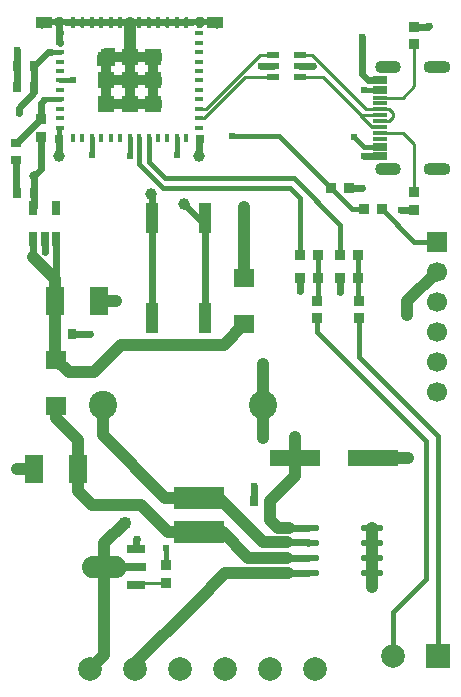
<source format=gtl>
G04 Layer: TopLayer*
G04 EasyEDA v6.5.50, 2025-07-26 22:56:47*
G04 19dcf52f1c7e4662a813e58eb1d4b948,5db155e37078497989a25cdeaf243bf5,10*
G04 Gerber Generator version 0.2*
G04 Scale: 100 percent, Rotated: No, Reflected: No *
G04 Dimensions in millimeters *
G04 leading zeros omitted , absolute positions ,4 integer and 5 decimal *
%FSLAX45Y45*%
%MOMM*%

%AMMACRO1*21,1,$1,$2,0,0,$3*%
%AMMACRO2*4,1,5,-0.725,0.125,-0.125,0.725,0.725,0.725,0.725,-0.725,-0.725,-0.725,-0.725,0.125,0*%
%AMMACRO3*4,1,8,0.605,0.3,-0.605,0.3,-0.605,0,-0.605,0,-0.605,-0.3,0.605,-0.3,0.605,0,0.605,0,0.605,0.3,0*%
%ADD10C,0.2540*%
%ADD11C,0.4000*%
%ADD12C,1.0000*%
%ADD13C,0.6000*%
%ADD14C,0.6200*%
%ADD15MACRO1,0.864X0.8065X-90.0000*%
%ADD16R,4.2000X1.4000*%
%ADD17R,0.8000X0.9000*%
%ADD18R,1.6800X1.5200*%
%ADD19R,1.0720X0.5320*%
%ADD20R,4.2000X1.9500*%
%ADD21MACRO1,0.672X1.575X90.0000*%
%ADD22MACRO1,0.864X0.8065X90.0000*%
%ADD23MACRO1,0.864X0.8065X0.0000*%
%ADD24R,0.8640X0.8065*%
%ADD25R,0.8000X0.4000*%
%ADD26R,0.4000X0.8000*%
%ADD27R,0.7000X0.7000*%
%ADD28MACRO2*%
%ADD29R,1.4500X1.4500*%
%ADD30O,1.950212X0.5684012*%
%ADD31MACRO1,0.6223X1.1049X0.0000*%
%ADD32R,1.2100X0.3000*%
%ADD33MACRO3*%
%ADD34MACRO1,2.376X1.5063X-90.0000*%
%ADD35MACRO1,2.376X1.5063X90.0000*%
%ADD36R,0.9000X0.8000*%
%ADD37R,1.1000X2.5000*%
%ADD38R,1.7000X1.7000*%
%ADD39C,1.7000*%
%ADD40O,2.1999956000000003X1.0999978000000001*%
%ADD41O,2.2999954X1.0999978000000001*%
%ADD42C,2.4000*%
%ADD43C,2.0000*%
%ADD44R,2.0000X2.0000*%
%ADD45C,0.6200*%
%ADD46C,0.8000*%
%ADD47C,0.0182*%

%LPD*%
G36*
X290169Y5869990D02*
G01*
X286258Y5870752D01*
X282956Y5872988D01*
X280771Y5876239D01*
X280009Y5880150D01*
X280009Y5959805D01*
X280771Y5963716D01*
X282956Y5967018D01*
X286258Y5969203D01*
X290169Y5969965D01*
X403910Y5969965D01*
X407822Y5969203D01*
X411124Y5967018D01*
X413308Y5963716D01*
X414070Y5959805D01*
X414070Y5948832D01*
X451154Y5948832D01*
X451154Y5959805D01*
X451916Y5963716D01*
X454101Y5967018D01*
X457403Y5969203D01*
X461314Y5969965D01*
X488696Y5969965D01*
X492556Y5969203D01*
X495858Y5967018D01*
X498093Y5963716D01*
X498856Y5959805D01*
X498856Y5948832D01*
X546049Y5948832D01*
X549605Y5948172D01*
X552754Y5946343D01*
X573633Y5946343D01*
X573633Y5959805D01*
X574446Y5963716D01*
X576630Y5967018D01*
X579932Y5969203D01*
X583793Y5969965D01*
X596188Y5969965D01*
X600100Y5969203D01*
X603351Y5967018D01*
X605586Y5963716D01*
X606348Y5959805D01*
X606348Y5946343D01*
X653643Y5946343D01*
X653643Y5959805D01*
X654405Y5963716D01*
X656640Y5967018D01*
X659942Y5969203D01*
X663803Y5969965D01*
X676198Y5969965D01*
X680059Y5969203D01*
X683361Y5967018D01*
X685596Y5963716D01*
X686358Y5959805D01*
X686358Y5946343D01*
X733653Y5946343D01*
X733653Y5959805D01*
X734415Y5963716D01*
X736600Y5967018D01*
X739902Y5969203D01*
X743813Y5969965D01*
X756208Y5969965D01*
X760069Y5969203D01*
X763371Y5967018D01*
X765556Y5963716D01*
X766368Y5959805D01*
X766368Y5946343D01*
X813663Y5946343D01*
X813663Y5959805D01*
X814425Y5963716D01*
X816610Y5967018D01*
X819912Y5969203D01*
X823823Y5969965D01*
X836168Y5969965D01*
X840079Y5969203D01*
X843381Y5967018D01*
X845566Y5963716D01*
X846328Y5959805D01*
X846328Y5946343D01*
X893673Y5946343D01*
X893673Y5959805D01*
X894435Y5963716D01*
X896619Y5967018D01*
X899921Y5969203D01*
X903833Y5969965D01*
X916178Y5969965D01*
X920089Y5969203D01*
X923391Y5967018D01*
X925576Y5963716D01*
X926337Y5959805D01*
X926337Y5946343D01*
X973632Y5946343D01*
X973632Y5959805D01*
X974445Y5963716D01*
X976630Y5967018D01*
X979932Y5969203D01*
X983792Y5969965D01*
X996187Y5969965D01*
X1000099Y5969203D01*
X1003350Y5967018D01*
X1005586Y5963716D01*
X1006348Y5959805D01*
X1006348Y5946343D01*
X1053642Y5946343D01*
X1053642Y5959805D01*
X1054404Y5963716D01*
X1056640Y5967018D01*
X1059942Y5969203D01*
X1063802Y5969965D01*
X1076198Y5969965D01*
X1080058Y5969203D01*
X1083360Y5967018D01*
X1085596Y5963716D01*
X1086358Y5959805D01*
X1086358Y5946343D01*
X1133652Y5946343D01*
X1133652Y5959805D01*
X1134414Y5963716D01*
X1136599Y5967018D01*
X1139901Y5969203D01*
X1143812Y5969965D01*
X1156208Y5969965D01*
X1160068Y5969203D01*
X1163370Y5967018D01*
X1165555Y5963716D01*
X1166368Y5959805D01*
X1166368Y5946343D01*
X1213662Y5946343D01*
X1213662Y5959805D01*
X1214424Y5963716D01*
X1216609Y5967018D01*
X1219911Y5969203D01*
X1223822Y5969965D01*
X1236167Y5969965D01*
X1240078Y5969203D01*
X1243380Y5967018D01*
X1245565Y5963716D01*
X1246327Y5959805D01*
X1246327Y5946343D01*
X1293672Y5946343D01*
X1293672Y5959805D01*
X1294434Y5963716D01*
X1296619Y5967018D01*
X1299921Y5969203D01*
X1303832Y5969965D01*
X1316177Y5969965D01*
X1320088Y5969203D01*
X1323390Y5967018D01*
X1325575Y5963716D01*
X1326337Y5959805D01*
X1326337Y5946343D01*
X1373632Y5946343D01*
X1373632Y5959805D01*
X1374444Y5963716D01*
X1376629Y5967018D01*
X1379931Y5969203D01*
X1383792Y5969965D01*
X1396187Y5969965D01*
X1400098Y5969203D01*
X1403350Y5967018D01*
X1405585Y5963716D01*
X1406347Y5959805D01*
X1406347Y5946343D01*
X1453642Y5946343D01*
X1453642Y5959805D01*
X1454404Y5963716D01*
X1456639Y5967018D01*
X1459941Y5969203D01*
X1463802Y5969965D01*
X1476197Y5969965D01*
X1480058Y5969203D01*
X1483360Y5967018D01*
X1485595Y5963716D01*
X1486357Y5959805D01*
X1486357Y5946343D01*
X1533652Y5946343D01*
X1533652Y5959805D01*
X1534414Y5963716D01*
X1536598Y5967018D01*
X1539900Y5969203D01*
X1543812Y5969965D01*
X1556207Y5969965D01*
X1560068Y5969203D01*
X1563370Y5967018D01*
X1565554Y5963716D01*
X1566367Y5959805D01*
X1566367Y5946343D01*
X1587246Y5946343D01*
X1590344Y5948172D01*
X1593951Y5948832D01*
X1641144Y5948832D01*
X1641144Y5959805D01*
X1641906Y5963716D01*
X1644142Y5967018D01*
X1647443Y5969203D01*
X1651304Y5969965D01*
X1678686Y5969965D01*
X1682597Y5969203D01*
X1685848Y5967018D01*
X1688084Y5963716D01*
X1688846Y5959805D01*
X1688846Y5948832D01*
X1725930Y5948832D01*
X1725930Y5959805D01*
X1726692Y5963716D01*
X1728876Y5967018D01*
X1732178Y5969203D01*
X1736089Y5969965D01*
X1849831Y5969965D01*
X1853742Y5969203D01*
X1857044Y5967018D01*
X1859229Y5963716D01*
X1859991Y5959805D01*
X1859991Y5880150D01*
X1859229Y5876239D01*
X1857044Y5872988D01*
X1853742Y5870752D01*
X1849831Y5869990D01*
X1734515Y5869990D01*
X1730756Y5870702D01*
X1727504Y5872784D01*
X1725269Y5875934D01*
X1724355Y5879693D01*
X1725218Y5884214D01*
X1725930Y5890564D01*
X1725930Y5901131D01*
X1688846Y5901131D01*
X1688846Y5886043D01*
X1688084Y5882182D01*
X1685848Y5878880D01*
X1682597Y5876645D01*
X1678686Y5875883D01*
X1651304Y5875883D01*
X1647443Y5876645D01*
X1644142Y5878880D01*
X1641906Y5882182D01*
X1641144Y5886043D01*
X1641144Y5901131D01*
X1615846Y5901131D01*
X1613814Y5897270D01*
X1610360Y5894578D01*
X1606042Y5893612D01*
X1566367Y5893612D01*
X1566367Y5880150D01*
X1565554Y5876239D01*
X1563370Y5872988D01*
X1560068Y5870752D01*
X1556207Y5869990D01*
X1543812Y5869990D01*
X1539900Y5870752D01*
X1536598Y5872988D01*
X1534414Y5876239D01*
X1533652Y5880150D01*
X1533652Y5893612D01*
X1486357Y5893612D01*
X1486357Y5880150D01*
X1485595Y5876239D01*
X1483360Y5872988D01*
X1480058Y5870752D01*
X1476197Y5869990D01*
X1463802Y5869990D01*
X1459941Y5870752D01*
X1456639Y5872988D01*
X1454404Y5876239D01*
X1453642Y5880150D01*
X1453642Y5893612D01*
X1406347Y5893612D01*
X1406347Y5880150D01*
X1405585Y5876239D01*
X1403350Y5872988D01*
X1400098Y5870752D01*
X1396187Y5869990D01*
X1383792Y5869990D01*
X1379931Y5870752D01*
X1376629Y5872988D01*
X1374444Y5876239D01*
X1373632Y5880150D01*
X1373632Y5893612D01*
X1326337Y5893612D01*
X1326337Y5880150D01*
X1325575Y5876239D01*
X1323390Y5872988D01*
X1320088Y5870752D01*
X1316177Y5869990D01*
X1303832Y5869990D01*
X1299921Y5870752D01*
X1296619Y5872988D01*
X1294434Y5876239D01*
X1293672Y5880150D01*
X1293672Y5893612D01*
X1246327Y5893612D01*
X1246327Y5880150D01*
X1245565Y5876239D01*
X1243380Y5872988D01*
X1240078Y5870752D01*
X1236167Y5869990D01*
X1223822Y5869990D01*
X1219911Y5870752D01*
X1216609Y5872988D01*
X1214424Y5876239D01*
X1213662Y5880150D01*
X1213662Y5893612D01*
X1166368Y5893612D01*
X1166368Y5880150D01*
X1165555Y5876239D01*
X1163370Y5872988D01*
X1160068Y5870752D01*
X1156208Y5869990D01*
X1143812Y5869990D01*
X1139901Y5870752D01*
X1136599Y5872988D01*
X1134414Y5876239D01*
X1133652Y5880150D01*
X1133652Y5893612D01*
X1086358Y5893612D01*
X1086358Y5880150D01*
X1085596Y5876239D01*
X1083360Y5872988D01*
X1080058Y5870752D01*
X1076198Y5869990D01*
X1063802Y5869990D01*
X1059942Y5870752D01*
X1056640Y5872988D01*
X1054404Y5876239D01*
X1053642Y5880150D01*
X1053642Y5893612D01*
X1006348Y5893612D01*
X1006348Y5880150D01*
X1005586Y5876239D01*
X1003350Y5872988D01*
X1000099Y5870752D01*
X996187Y5869990D01*
X983792Y5869990D01*
X979932Y5870752D01*
X976630Y5872988D01*
X974445Y5876239D01*
X973632Y5880150D01*
X973632Y5893612D01*
X926337Y5893612D01*
X926337Y5880150D01*
X925576Y5876239D01*
X923391Y5872988D01*
X920089Y5870752D01*
X916178Y5869990D01*
X903833Y5869990D01*
X899921Y5870752D01*
X896619Y5872988D01*
X894435Y5876239D01*
X893673Y5880150D01*
X893673Y5893612D01*
X846328Y5893612D01*
X846328Y5880150D01*
X845566Y5876239D01*
X843381Y5872988D01*
X840079Y5870752D01*
X836168Y5869990D01*
X823823Y5869990D01*
X819912Y5870752D01*
X816610Y5872988D01*
X814425Y5876239D01*
X813663Y5880150D01*
X813663Y5893612D01*
X766368Y5893612D01*
X766368Y5880150D01*
X765556Y5876239D01*
X763371Y5872988D01*
X760069Y5870752D01*
X756208Y5869990D01*
X743813Y5869990D01*
X739902Y5870752D01*
X736600Y5872988D01*
X734415Y5876239D01*
X733653Y5880150D01*
X733653Y5893612D01*
X686358Y5893612D01*
X686358Y5880150D01*
X685596Y5876239D01*
X683361Y5872988D01*
X680059Y5870752D01*
X676198Y5869990D01*
X663803Y5869990D01*
X659942Y5870752D01*
X656640Y5872988D01*
X654405Y5876239D01*
X653643Y5880150D01*
X653643Y5893612D01*
X606348Y5893612D01*
X606348Y5880150D01*
X605586Y5876239D01*
X603351Y5872988D01*
X600100Y5870752D01*
X596188Y5869990D01*
X583793Y5869990D01*
X579932Y5870752D01*
X576630Y5872988D01*
X574446Y5876239D01*
X573633Y5880150D01*
X573633Y5893612D01*
X533908Y5893612D01*
X529640Y5894578D01*
X526135Y5897270D01*
X524103Y5901131D01*
X498856Y5901131D01*
X498856Y5895848D01*
X502716Y5893816D01*
X505409Y5890361D01*
X506374Y5886043D01*
X506374Y5880150D01*
X505561Y5876239D01*
X503377Y5872988D01*
X500075Y5870752D01*
X496214Y5869990D01*
X461314Y5869990D01*
X457403Y5870752D01*
X454101Y5872988D01*
X451916Y5876239D01*
X451154Y5880150D01*
X451154Y5901131D01*
X414070Y5901131D01*
X414070Y5890564D01*
X415594Y5879693D01*
X414731Y5875934D01*
X412496Y5872784D01*
X409244Y5870702D01*
X405485Y5869990D01*
G37*

%LPD*%
G36*
X840028Y5160010D02*
G01*
X836168Y5160772D01*
X832866Y5162956D01*
X830630Y5166258D01*
X829868Y5170170D01*
X829868Y5189880D01*
X810158Y5189880D01*
X806246Y5190642D01*
X802995Y5192877D01*
X800760Y5196128D01*
X799998Y5200040D01*
X799998Y5264912D01*
X800760Y5268823D01*
X802995Y5272125D01*
X806246Y5274310D01*
X810158Y5275072D01*
X829868Y5275072D01*
X829868Y5387390D01*
X810158Y5387390D01*
X806246Y5388152D01*
X802995Y5390337D01*
X800760Y5393639D01*
X799998Y5397550D01*
X799998Y5462422D01*
X800760Y5466334D01*
X802995Y5469585D01*
X806246Y5471820D01*
X810158Y5472582D01*
X829868Y5472582D01*
X829868Y5584901D01*
X810158Y5584901D01*
X806246Y5585663D01*
X802995Y5587847D01*
X800760Y5591149D01*
X799998Y5595061D01*
X799998Y5659932D01*
X800760Y5663793D01*
X802995Y5667095D01*
X806246Y5669330D01*
X810158Y5670092D01*
X829868Y5670092D01*
X829868Y5689803D01*
X830681Y5693714D01*
X832866Y5697016D01*
X836168Y5699201D01*
X840028Y5699963D01*
X904900Y5699963D01*
X908812Y5699201D01*
X912114Y5697016D01*
X914298Y5693714D01*
X915060Y5689803D01*
X915060Y5670092D01*
X1027379Y5670092D01*
X1027379Y5689803D01*
X1028141Y5693714D01*
X1030376Y5697016D01*
X1033678Y5699201D01*
X1037539Y5699963D01*
X1102410Y5699963D01*
X1106322Y5699201D01*
X1109624Y5697016D01*
X1111808Y5693714D01*
X1112570Y5689803D01*
X1112570Y5670092D01*
X1224889Y5670092D01*
X1224889Y5689803D01*
X1225651Y5693714D01*
X1227886Y5697016D01*
X1231138Y5699201D01*
X1235049Y5699963D01*
X1299921Y5699963D01*
X1303832Y5699201D01*
X1307134Y5697016D01*
X1309319Y5693714D01*
X1310081Y5689803D01*
X1310081Y5670092D01*
X1329842Y5670092D01*
X1333703Y5669330D01*
X1337005Y5667095D01*
X1339240Y5663793D01*
X1340002Y5659932D01*
X1340002Y5595061D01*
X1339240Y5591149D01*
X1337005Y5587847D01*
X1333703Y5585663D01*
X1329842Y5584901D01*
X1310081Y5584901D01*
X1310081Y5472582D01*
X1329842Y5472582D01*
X1333703Y5471820D01*
X1337005Y5469585D01*
X1339240Y5466334D01*
X1340002Y5462422D01*
X1340002Y5397550D01*
X1339240Y5393639D01*
X1337005Y5390337D01*
X1333703Y5388152D01*
X1329842Y5387390D01*
X1310081Y5387390D01*
X1310081Y5275072D01*
X1329842Y5275072D01*
X1333703Y5274310D01*
X1337005Y5272125D01*
X1339240Y5268823D01*
X1340002Y5264912D01*
X1340002Y5200040D01*
X1339240Y5196128D01*
X1337005Y5192877D01*
X1333703Y5190642D01*
X1329842Y5189880D01*
X1310081Y5189880D01*
X1310081Y5170170D01*
X1309319Y5166258D01*
X1307134Y5162956D01*
X1303832Y5160772D01*
X1299921Y5160010D01*
X1235049Y5160010D01*
X1231138Y5160772D01*
X1227886Y5162956D01*
X1225651Y5166258D01*
X1224889Y5170170D01*
X1224889Y5189880D01*
X1112570Y5189880D01*
X1112570Y5170170D01*
X1111808Y5166258D01*
X1109624Y5162956D01*
X1106322Y5160772D01*
X1102410Y5160010D01*
X1037539Y5160010D01*
X1033678Y5160772D01*
X1030376Y5162956D01*
X1028141Y5166258D01*
X1027379Y5170170D01*
X1027379Y5189880D01*
X915060Y5189880D01*
X915060Y5170170D01*
X914298Y5166258D01*
X912114Y5162956D01*
X908812Y5160772D01*
X904900Y5160010D01*
G37*

%LPC*%
G36*
X915060Y5275072D02*
G01*
X1027379Y5275072D01*
X1027379Y5387390D01*
X915060Y5387390D01*
G37*
G36*
X1112570Y5275072D02*
G01*
X1224889Y5275072D01*
X1224889Y5387390D01*
X1112570Y5387390D01*
G37*
G36*
X1112570Y5472582D02*
G01*
X1224889Y5472582D01*
X1224889Y5584901D01*
X1112570Y5584901D01*
G37*
G36*
X915060Y5472582D02*
G01*
X1027379Y5472582D01*
X1027379Y5584901D01*
X915060Y5584901D01*
G37*

%LPD*%
D10*
X1125626Y1160018D02*
G01*
X1140259Y1174650D01*
X1380009Y1174650D01*
D11*
X589998Y5429989D02*
G01*
X480006Y5429989D01*
X1069997Y4789990D02*
G01*
X1069997Y4939997D01*
X1379997Y1469997D02*
G01*
X1379997Y1325333D01*
X1939998Y4959987D02*
G01*
X2334638Y4959987D01*
X2774645Y4519980D01*
X3054659Y4339996D02*
G01*
X2954629Y4339996D01*
X2774645Y4519980D01*
D12*
X1118514Y449986D02*
G01*
X1118514Y498528D01*
X1619989Y1000000D01*
X1619986Y999997D02*
G01*
X1879986Y1259997D01*
X2409997Y1259997D01*
D13*
X2579370Y1259586D02*
G01*
X2409952Y1260094D01*
X2579484Y1386497D02*
G01*
X2575984Y1389997D01*
X2399995Y1389997D01*
X2579370Y1513586D02*
G01*
X2579370Y1519936D01*
X2400045Y1519936D01*
X2579370Y1640586D02*
G01*
X2420111Y1640078D01*
D12*
X2259998Y1869996D02*
G01*
X2473281Y2083280D01*
X2473281Y2229985D01*
X2473281Y2229985D02*
G01*
X2469995Y2233272D01*
X2469995Y2409995D01*
X737514Y449986D02*
G01*
X854384Y566856D01*
X854384Y1309971D01*
X854387Y1309971D02*
G01*
X854387Y1509064D01*
X1030005Y1684682D01*
X1030008Y1835330D02*
G01*
X1164661Y1835330D01*
X1397505Y1602486D01*
X1659991Y1602486D01*
X1659991Y1897484D02*
G01*
X1372511Y1897484D01*
X840003Y2429992D01*
X840003Y2680004D01*
X1029995Y1835330D02*
G01*
X754664Y1835330D01*
X636066Y1953928D01*
X636066Y2383929D01*
X450011Y2569984D01*
X450011Y2673502D01*
D13*
X255023Y4089991D02*
G01*
X249999Y4084967D01*
X249999Y3936052D01*
X350012Y4089907D02*
G01*
X350012Y3979926D01*
D11*
X480060Y5670042D02*
G01*
X400050Y5670042D01*
D12*
X450011Y3066491D02*
G01*
X433933Y3082571D01*
X433933Y3559987D01*
X433933Y3559987D02*
G01*
X433933Y3752118D01*
X249999Y3936050D01*
D13*
X445007Y4089907D02*
G01*
X443992Y3742181D01*
D12*
X2259998Y1869996D02*
G01*
X2259995Y1709996D01*
X2329914Y1640078D01*
X2420111Y1640078D01*
X1659889Y1602486D02*
G01*
X1857502Y1602486D01*
X2070100Y1389887D01*
X2400045Y1389887D01*
X2119995Y1599996D02*
G01*
X2199995Y1519996D01*
X2399995Y1519996D01*
X1659991Y1897481D02*
G01*
X1822508Y1897481D01*
X2119995Y1599994D01*
D11*
X3049981Y5349976D02*
G01*
X3192343Y5349976D01*
X3192350Y5349968D01*
X2659989Y3565321D02*
G01*
X2665326Y3570658D01*
X2665326Y3759987D01*
D12*
X3120504Y1640497D02*
G01*
X3120504Y1259497D01*
X3119881Y1139952D02*
G01*
X3120390Y1259586D01*
X3429993Y2229995D02*
G01*
X3126696Y2229985D01*
X119999Y2139995D02*
G01*
X263933Y2140003D01*
X2200026Y2680004D02*
G01*
X2200026Y3029960D01*
X2199995Y3029991D01*
X2199995Y2399995D02*
G01*
X2200026Y2400025D01*
X2200026Y2680004D01*
X949998Y3559992D02*
G01*
X806069Y3559997D01*
D11*
X480006Y5029989D02*
G01*
X475002Y5024986D01*
X475002Y4934993D01*
D13*
X2619994Y5549988D02*
G01*
X2514904Y5549988D01*
X2179995Y5549988D02*
G01*
X2285085Y5549988D01*
D11*
X3670045Y4065015D02*
G01*
X3480308Y4065015D01*
X3205225Y4340097D01*
D12*
X3419983Y3439998D02*
G01*
X3419983Y3560965D01*
X3670002Y3810985D01*
D13*
X2849994Y3639992D02*
G01*
X2854657Y3644656D01*
X2854657Y3759992D01*
X2514658Y3759992D02*
G01*
X2509994Y3755329D01*
X2509994Y3649992D01*
X2925330Y4519990D02*
G01*
X3039993Y4519990D01*
X3479993Y4334654D02*
G01*
X3475329Y4329991D01*
X3369993Y4329991D01*
X3192350Y4789975D02*
G01*
X3049993Y4789990D01*
D11*
X2969996Y4949977D02*
G01*
X3049988Y4869985D01*
X3192350Y4869985D01*
D13*
X3192018Y5430012D02*
G01*
X3089909Y5430012D01*
X3039872Y5480050D01*
X3039872Y5690107D01*
X3039872Y5690107D02*
G01*
X3039872Y5800089D01*
X3599992Y5889988D02*
G01*
X3595329Y5885324D01*
X3479993Y5885324D01*
X480006Y5749978D02*
G01*
X475002Y5754982D01*
X475002Y5924984D01*
X1129995Y1549984D02*
G01*
X1125636Y1545625D01*
X1125636Y1460009D01*
X2119995Y1999995D02*
G01*
X2119993Y1869996D01*
X579991Y3279988D02*
G01*
X729998Y3279993D01*
X1664990Y4934991D02*
G01*
X1659991Y4929992D01*
X1659991Y4789982D01*
D12*
X1069997Y5919980D02*
G01*
X1069997Y5627474D01*
D10*
X3192277Y5184899D02*
G01*
X3074926Y5184899D01*
X2614846Y5644984D01*
X2514904Y5644984D01*
X3192350Y5034958D02*
G01*
X3124045Y5034958D01*
X3024045Y5134957D01*
X3192272Y5085079D02*
G01*
X3264915Y5085079D01*
X3299968Y5119878D01*
X3299968Y5150104D01*
X3264915Y5184902D01*
X3192272Y5184902D01*
X1659889Y5189981D02*
G01*
X1720087Y5189981D01*
X2175002Y5644895D01*
X2284984Y5644895D01*
X3192272Y5284978D02*
G01*
X3385058Y5284978D01*
X3480054Y5379973D01*
X3480054Y5734557D01*
X3192350Y4984973D02*
G01*
X3385009Y4984973D01*
X3480003Y4889980D01*
X3480003Y4485335D01*
D13*
X255023Y4349986D02*
G01*
X259994Y4354956D01*
X259994Y4479975D01*
X110009Y4619978D02*
G01*
X110009Y4489980D01*
X120014Y4479975D01*
D11*
X750008Y4939997D02*
G01*
X749998Y4799990D01*
D13*
X475002Y4934991D02*
G01*
X470001Y4929990D01*
X470001Y4789982D01*
D11*
X3010001Y3414648D02*
G01*
X3010001Y3089986D01*
X3680495Y2419492D01*
X3680495Y559996D01*
X2659989Y3414648D02*
G01*
X2659989Y3300006D01*
X3579997Y2379997D01*
X3579997Y1209997D01*
X3299495Y929500D01*
X3299495Y559996D01*
D13*
X110009Y4899992D02*
G01*
X315340Y5105323D01*
X319989Y5105323D01*
X109999Y4759987D02*
G01*
X109999Y4619990D01*
X259999Y4619990D02*
G01*
X259986Y4479978D01*
X259996Y4619990D02*
G01*
X319989Y4679983D01*
X319989Y4954651D01*
X319989Y5105323D02*
G01*
X319989Y5239999D01*
X336115Y5256126D01*
D11*
X336118Y5269992D02*
G01*
X480009Y5269992D01*
D14*
X259996Y5369991D02*
G01*
X259996Y5549999D01*
X259994Y5550001D01*
X380034Y5670042D01*
X400050Y5670042D01*
X130047Y5149850D02*
G01*
X130047Y5199887D01*
X260095Y5329936D01*
X260095Y5370068D01*
D11*
X2514650Y3949979D02*
G01*
X2514650Y4435294D01*
X2430015Y4519929D01*
X1350007Y4519929D01*
X1150112Y4720084D01*
X1150112Y4940045D01*
X2665323Y3759987D02*
G01*
X2665326Y3759989D01*
X2665326Y3949979D01*
X2854706Y3949954D02*
G01*
X2854706Y4205223D01*
X2459990Y4599939D01*
X2183129Y4599939D01*
X1370076Y4599939D01*
X1229868Y4739894D01*
X1229868Y4940045D01*
X3009900Y3565397D02*
G01*
X3005327Y3569970D01*
X3005327Y3664712D01*
X3005327Y3759962D01*
X3005327Y3759987D02*
G01*
X3005327Y3949974D01*
X3005322Y3949979D01*
D14*
X119999Y5689988D02*
G01*
X120007Y5549991D01*
D13*
X120014Y5550001D02*
G01*
X120014Y5369994D01*
X120017Y5369991D01*
D11*
X1469999Y4939995D02*
G01*
X1469999Y4819990D01*
D12*
X450087Y3066542D02*
G01*
X556511Y2960115D01*
X770130Y2960115D01*
X1000008Y3189993D01*
X1866501Y3189993D01*
X2040000Y3363493D01*
X2039995Y4359991D02*
G01*
X2039874Y4359910D01*
X2039874Y3756405D01*
D13*
X1255011Y4264992D02*
G01*
X1255011Y4464992D01*
X1250010Y4469993D01*
X1255003Y4264985D02*
G01*
X1255003Y3414999D01*
X1529994Y4380001D02*
G01*
X1704987Y4205008D01*
X1704990Y3414999D01*
D10*
X1659889Y5109971D02*
G01*
X1700021Y5109971D01*
X2044954Y5454904D01*
X2284984Y5454904D01*
X3192350Y5134960D02*
G01*
X3025018Y5134960D01*
X2704998Y5454980D01*
X2514904Y5454980D01*
D15*
G01*
X2774669Y4519990D03*
G01*
X2925319Y4519990D03*
D16*
G01*
X2473274Y2229993D03*
G01*
X3126714Y2229993D03*
D17*
G01*
X2119985Y1869998D03*
G01*
X2259990Y1869998D03*
G01*
X580009Y3280003D03*
G01*
X440004Y3280003D03*
G01*
X119989Y4480001D03*
G01*
X259994Y4480001D03*
G01*
X119989Y5369991D03*
G01*
X259994Y5369991D03*
G01*
X119989Y5550001D03*
G01*
X259969Y5550001D03*
D18*
G01*
X450011Y2673502D03*
G01*
X450011Y3066491D03*
D19*
G01*
X2514904Y5454980D03*
G01*
X2514904Y5549976D03*
G01*
X2514904Y5644972D03*
G01*
X2285085Y5644972D03*
G01*
X2285085Y5549976D03*
G01*
X2285085Y5454980D03*
D20*
G01*
X1659991Y1602486D03*
G01*
X1659991Y1897506D03*
D21*
G01*
X1125628Y1160010D03*
G01*
X1125628Y1460009D03*
G36*
X761677Y1404980D02*
G01*
X947097Y1404980D01*
X951550Y1404873D01*
X955992Y1404561D01*
X960417Y1404040D01*
X964811Y1403314D01*
X969167Y1402379D01*
X973472Y1401244D01*
X977722Y1399908D01*
X981903Y1398374D01*
X986007Y1396644D01*
X990028Y1394726D01*
X993952Y1392621D01*
X997775Y1390332D01*
X1001486Y1387868D01*
X1005078Y1385234D01*
X1008540Y1382435D01*
X1011869Y1379473D01*
X1015055Y1376362D01*
X1018092Y1373103D01*
X1020973Y1369707D01*
X1023691Y1366179D01*
X1026241Y1362527D01*
X1028616Y1358760D01*
X1030813Y1354884D01*
X1032827Y1350911D01*
X1034651Y1342981D01*
X1204384Y1342981D01*
X1204384Y1276982D01*
X1034651Y1276982D01*
X1032827Y1269047D01*
X1030813Y1265074D01*
X1028616Y1261198D01*
X1026241Y1257432D01*
X1023691Y1253779D01*
X1020973Y1250251D01*
X1018092Y1246855D01*
X1015055Y1243596D01*
X1011869Y1240485D01*
X1008540Y1237523D01*
X1005078Y1234724D01*
X1001486Y1232090D01*
X997775Y1229626D01*
X993952Y1227338D01*
X990028Y1225232D01*
X986007Y1223314D01*
X981903Y1221585D01*
X977722Y1220050D01*
X973472Y1218714D01*
X969167Y1217579D01*
X964811Y1216644D01*
X960417Y1215918D01*
X955992Y1215397D01*
X951550Y1215085D01*
X947097Y1214978D01*
X761677Y1214978D01*
X757224Y1215085D01*
X752782Y1215397D01*
X748357Y1215918D01*
X743963Y1216644D01*
X739607Y1217579D01*
X735302Y1218714D01*
X731052Y1220050D01*
X726871Y1221585D01*
X722767Y1223314D01*
X718746Y1225232D01*
X714822Y1227338D01*
X710999Y1229626D01*
X707288Y1232090D01*
X703696Y1234724D01*
X700234Y1237523D01*
X696904Y1240485D01*
X693719Y1243596D01*
X690681Y1246855D01*
X687801Y1250251D01*
X685083Y1253779D01*
X682533Y1257432D01*
X680158Y1261198D01*
X677961Y1265074D01*
X675947Y1269047D01*
X674123Y1273111D01*
X672490Y1277254D01*
X671055Y1281470D01*
X669818Y1285750D01*
X668784Y1290083D01*
X667953Y1294457D01*
X667329Y1298869D01*
X666912Y1303304D01*
X666704Y1307752D01*
X666704Y1312207D01*
X666912Y1316654D01*
X667329Y1321089D01*
X667953Y1325501D01*
X668784Y1329875D01*
X669818Y1334208D01*
X671055Y1338488D01*
X672490Y1342704D01*
X674123Y1346847D01*
X675947Y1350911D01*
X677961Y1354884D01*
X680158Y1358760D01*
X682533Y1362527D01*
X685083Y1366179D01*
X687801Y1369707D01*
X690681Y1373103D01*
X693719Y1376362D01*
X696904Y1379473D01*
X700234Y1382435D01*
X703696Y1385234D01*
X707288Y1387868D01*
X710999Y1390332D01*
X714822Y1392621D01*
X718746Y1394726D01*
X722767Y1396644D01*
X726871Y1398374D01*
X731052Y1399908D01*
X735302Y1401244D01*
X739607Y1402379D01*
X743963Y1403314D01*
X748357Y1404040D01*
X752782Y1404561D01*
X757224Y1404873D01*
X761677Y1404980D01*
G37*
D22*
G01*
X3205318Y4339991D03*
G01*
X3054668Y4339991D03*
D23*
G01*
X1029997Y1684671D03*
D24*
G01*
X1029995Y1835327D03*
D23*
G01*
X1379997Y1325322D03*
D24*
G01*
X1380007Y1174673D03*
D23*
G01*
X3479993Y4485316D03*
D24*
G01*
X3480003Y4334662D03*
D23*
G01*
X3479993Y5885313D03*
D24*
G01*
X3480003Y5734659D03*
D25*
G01*
X480009Y5829985D03*
G01*
X480009Y5749975D03*
G01*
X480009Y5669991D03*
G01*
X480009Y5589981D03*
G01*
X480009Y5509996D03*
G01*
X480009Y5429986D03*
G01*
X480009Y5349976D03*
G01*
X480009Y5269992D03*
G01*
X480009Y5189981D03*
G01*
X480009Y5109997D03*
G01*
X480009Y5029987D03*
D26*
G01*
X589991Y4939995D03*
G01*
X670001Y4939995D03*
G01*
X750011Y4939995D03*
G01*
X829995Y4939995D03*
G01*
X910005Y4939995D03*
G01*
X989990Y4939995D03*
G01*
X1070000Y4939995D03*
G01*
X1149985Y4939995D03*
G01*
X1229995Y4939995D03*
G01*
X1310004Y4939995D03*
G01*
X1389989Y4939995D03*
G01*
X1469999Y4939995D03*
G01*
X1550009Y4939995D03*
D25*
G01*
X1659991Y5029987D03*
G01*
X1659991Y5109997D03*
G01*
X1659991Y5189981D03*
G01*
X1659991Y5269992D03*
G01*
X1659991Y5349976D03*
G01*
X1659991Y5429986D03*
G01*
X1659991Y5509996D03*
G01*
X1659991Y5589981D03*
G01*
X1659991Y5669991D03*
G01*
X1659991Y5749975D03*
G01*
X1659991Y5829985D03*
D26*
G01*
X1550009Y5919978D03*
G01*
X1469999Y5919978D03*
G01*
X1389989Y5919978D03*
G01*
X1310004Y5919978D03*
G01*
X1229995Y5919978D03*
G01*
X1149985Y5919978D03*
G01*
X1070000Y5919978D03*
G01*
X989990Y5919978D03*
G01*
X910005Y5919978D03*
G01*
X829995Y5919978D03*
G01*
X750011Y5919978D03*
G01*
X670001Y5919978D03*
G01*
X589991Y5919978D03*
D27*
G01*
X1664995Y5924981D03*
G01*
X1664995Y4934991D03*
G01*
X475005Y4934991D03*
G01*
X475005Y5924981D03*
D28*
G01*
X872484Y5627484D03*
D29*
G01*
X1267485Y5232476D03*
G01*
X1069975Y5232476D03*
G01*
X872489Y5232476D03*
G01*
X872489Y5429986D03*
G01*
X1069975Y5627471D03*
G01*
X1267485Y5627471D03*
G01*
X1267485Y5429986D03*
G01*
X1069975Y5429986D03*
D30*
G01*
X2579497Y1640484D03*
G01*
X2579497Y1513484D03*
G01*
X2579497Y1386484D03*
G01*
X2579497Y1259484D03*
G01*
X3120516Y1640484D03*
G01*
X3120516Y1513484D03*
G01*
X3120516Y1386484D03*
G01*
X3120516Y1259484D03*
D31*
G01*
X444972Y4349993D03*
G01*
X255023Y4349993D03*
G01*
X255021Y4089989D03*
G01*
X349935Y4089989D03*
G01*
X444967Y4089991D03*
D32*
G01*
X3192373Y5284978D03*
G01*
X3192373Y5234939D03*
G01*
X3192373Y5184978D03*
G01*
X3192373Y5134965D03*
G01*
X3192373Y5084978D03*
G01*
X3192373Y5034965D03*
G01*
X3192373Y4984978D03*
G01*
X3192373Y4934965D03*
D33*
G01*
X3192360Y4789963D03*
G01*
X3192360Y4869973D03*
G01*
X3192362Y5349958D03*
G01*
X3192114Y5429985D03*
D34*
G01*
X433936Y3559992D03*
G01*
X806061Y3559992D03*
D35*
G01*
X636061Y2139995D03*
G01*
X263936Y2139995D03*
D23*
G01*
X2659994Y3565317D03*
D24*
G01*
X2659989Y3414674D03*
D22*
G01*
X2665319Y3759992D03*
G01*
X2514669Y3759992D03*
D23*
G01*
X3009993Y3565317D03*
D24*
G01*
X3010001Y3414674D03*
D22*
G01*
X3005319Y3759992D03*
G01*
X2854669Y3759992D03*
D15*
G01*
X2514669Y3949992D03*
G01*
X2665319Y3949992D03*
D22*
G01*
X3005319Y3949992D03*
G01*
X2854669Y3949992D03*
D36*
G01*
X110007Y4759985D03*
G01*
X110007Y4899990D03*
D18*
G01*
X2040000Y3756482D03*
G01*
X2040000Y3363493D03*
D23*
G01*
X319999Y5105314D03*
D24*
G01*
X319989Y4954676D03*
D37*
G01*
X1705000Y4264990D03*
G01*
X1705000Y3415004D03*
G01*
X1255013Y4264990D03*
G01*
X1255013Y3415004D03*
D38*
G01*
X3669995Y4064990D03*
D39*
G01*
X3669995Y3810990D03*
G01*
X3669995Y3556990D03*
G01*
X3669995Y3302990D03*
G01*
X3669995Y3048990D03*
G01*
X3669995Y2794990D03*
D40*
G01*
X3252850Y4677994D03*
G01*
X3252850Y5541975D03*
D41*
G01*
X3667861Y5542000D03*
G01*
X3667861Y4677994D03*
D42*
G01*
X2200020Y2680004D03*
G01*
X840003Y2680004D03*
D43*
G01*
X1499514Y449986D03*
G01*
X2642514Y449986D03*
G01*
X2261514Y449986D03*
G01*
X1880514Y449986D03*
G01*
X1118514Y449986D03*
G01*
X737514Y449986D03*
G01*
X3299485Y559993D03*
D44*
G01*
X3680485Y559993D03*
D45*
G01*
X589991Y5429986D03*
G01*
X1070000Y4789982D03*
G01*
X1380007Y1469999D03*
D12*
G01*
X1619986Y999997D03*
G01*
X2469997Y2410002D03*
G01*
X3419983Y3439998D03*
G01*
X2040000Y4359986D03*
D45*
G01*
X2180005Y5549976D03*
G01*
X3049981Y5349976D03*
G01*
X2969996Y4949977D03*
G01*
X1940001Y4959985D03*
D12*
G01*
X2199995Y3029991D03*
G01*
X2199995Y2399995D03*
D45*
G01*
X350012Y3980002D03*
D12*
G01*
X3119983Y1140002D03*
G01*
X3429990Y2229993D03*
G01*
X119989Y2140000D03*
G01*
X950010Y3559987D03*
G01*
X470001Y4789982D03*
G01*
X1659991Y4789982D03*
G01*
X329996Y5919978D03*
G01*
X1810004Y5919978D03*
D45*
G01*
X2619984Y5549976D03*
G01*
X2850006Y3639997D03*
G01*
X2510002Y3649979D03*
G01*
X3039999Y4519980D03*
G01*
X3369995Y4329988D03*
G01*
X3049981Y4789982D03*
G01*
X3039999Y5799988D03*
G01*
X3599992Y5889980D03*
G01*
X119989Y5689980D03*
G01*
X110007Y4619980D03*
G01*
X1129995Y1549984D03*
G01*
X2119985Y1999995D03*
G01*
X729995Y3280003D03*
G01*
X750011Y4799990D03*
D46*
G01*
X259994Y4619980D03*
D45*
G01*
X129997Y5149977D03*
G01*
X1469999Y4799990D03*
D12*
G01*
X1250010Y4469993D03*
G01*
X1529994Y4380001D03*
M02*

</source>
